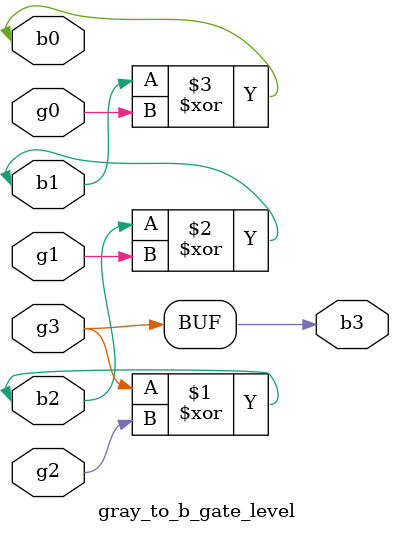
<source format=v>
/*
*	M. Todorov 2021
*/

`timescale 1ns / 1ps

module 	gray_to_b_gate_level 
	(
		input 	g3,
		input 	g2,
		input 	g1,
		input 	g0,

		output 	b3,
		inout	b2,
		inout	b1,
		inout   b0
   	);
  
  	
  	buf(b3, g3);
  
  	xor(b2, g3, g2);
  	xor(b1, b2, g1);
  	xor(b0, b1, g0);


endmodule
</source>
